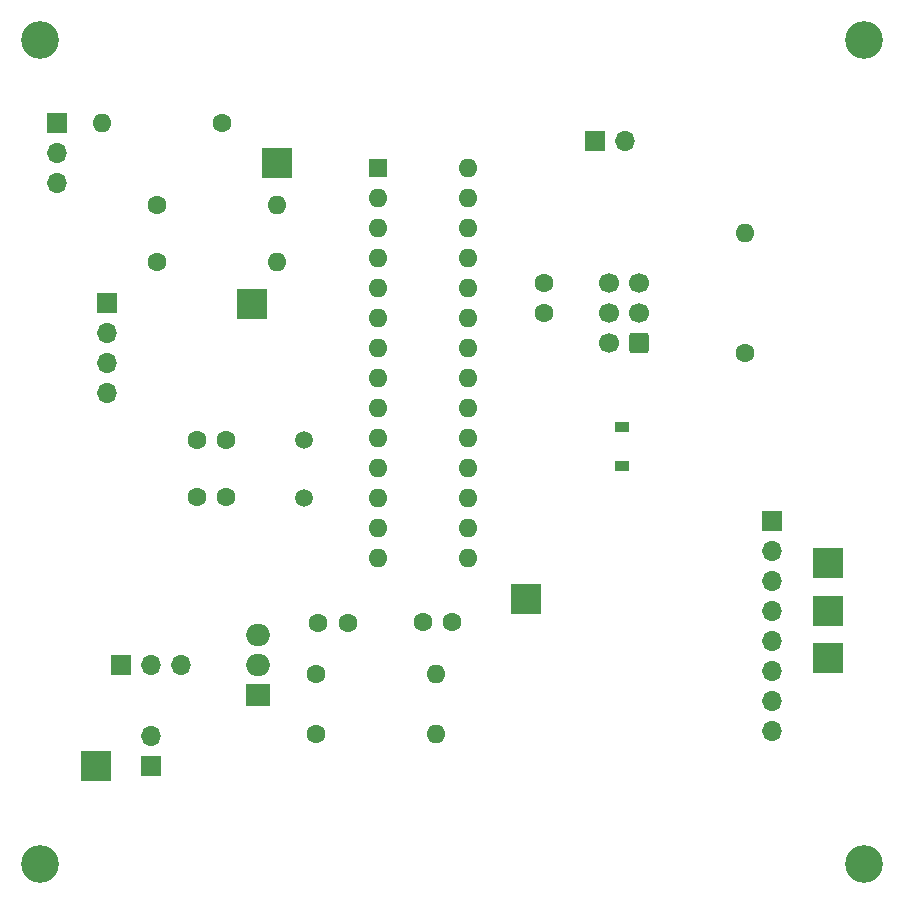
<source format=gts>
G04 #@! TF.GenerationSoftware,KiCad,Pcbnew,(6.0.10-0)*
G04 #@! TF.CreationDate,2023-03-01T17:49:15-06:00*
G04 #@! TF.ProjectId,monitor_subsystem,6d6f6e69-746f-4725-9f73-756273797374,rev?*
G04 #@! TF.SameCoordinates,Original*
G04 #@! TF.FileFunction,Soldermask,Top*
G04 #@! TF.FilePolarity,Negative*
%FSLAX46Y46*%
G04 Gerber Fmt 4.6, Leading zero omitted, Abs format (unit mm)*
G04 Created by KiCad (PCBNEW (6.0.10-0)) date 2023-03-01 17:49:15*
%MOMM*%
%LPD*%
G01*
G04 APERTURE LIST*
G04 Aperture macros list*
%AMRoundRect*
0 Rectangle with rounded corners*
0 $1 Rounding radius*
0 $2 $3 $4 $5 $6 $7 $8 $9 X,Y pos of 4 corners*
0 Add a 4 corners polygon primitive as box body*
4,1,4,$2,$3,$4,$5,$6,$7,$8,$9,$2,$3,0*
0 Add four circle primitives for the rounded corners*
1,1,$1+$1,$2,$3*
1,1,$1+$1,$4,$5*
1,1,$1+$1,$6,$7*
1,1,$1+$1,$8,$9*
0 Add four rect primitives between the rounded corners*
20,1,$1+$1,$2,$3,$4,$5,0*
20,1,$1+$1,$4,$5,$6,$7,0*
20,1,$1+$1,$6,$7,$8,$9,0*
20,1,$1+$1,$8,$9,$2,$3,0*%
G04 Aperture macros list end*
%ADD10C,1.600000*%
%ADD11O,1.600000X1.600000*%
%ADD12R,2.500000X2.500000*%
%ADD13R,1.700000X1.700000*%
%ADD14O,1.700000X1.700000*%
%ADD15R,1.600000X1.600000*%
%ADD16R,2.000000X1.905000*%
%ADD17O,2.000000X1.905000*%
%ADD18C,3.200000*%
%ADD19R,1.200000X0.900000*%
%ADD20RoundRect,0.250000X0.600000X0.600000X-0.600000X0.600000X-0.600000X-0.600000X0.600000X-0.600000X0*%
%ADD21C,1.700000*%
%ADD22C,1.500000*%
G04 APERTURE END LIST*
D10*
X150998000Y-125085000D03*
D11*
X161158000Y-125085000D03*
D12*
X147701000Y-81788000D03*
X132329000Y-132832000D03*
D13*
X174625000Y-79883000D03*
D14*
X177165000Y-79883000D03*
D12*
X194305000Y-123688000D03*
D13*
X189606000Y-112131000D03*
D14*
X189606000Y-114671000D03*
X189606000Y-117211000D03*
X189606000Y-119751000D03*
X189606000Y-122291000D03*
X189606000Y-124831000D03*
X189606000Y-127371000D03*
X189606000Y-129911000D03*
D15*
X156215000Y-82169000D03*
D11*
X156215000Y-84709000D03*
X156215000Y-87249000D03*
X156215000Y-89789000D03*
X156215000Y-92329000D03*
X156215000Y-94869000D03*
X156215000Y-97409000D03*
X156215000Y-99949000D03*
X156215000Y-102489000D03*
X156215000Y-105029000D03*
X156215000Y-107569000D03*
X156215000Y-110109000D03*
X156215000Y-112649000D03*
X156215000Y-115189000D03*
X163835000Y-115189000D03*
X163835000Y-112649000D03*
X163835000Y-110109000D03*
X163835000Y-107569000D03*
X163835000Y-105029000D03*
X163835000Y-102489000D03*
X163835000Y-99949000D03*
X163835000Y-97409000D03*
X163835000Y-94869000D03*
X163835000Y-92329000D03*
X163835000Y-89789000D03*
X163835000Y-87249000D03*
X163835000Y-84709000D03*
X163835000Y-82169000D03*
D16*
X146045000Y-126863000D03*
D17*
X146045000Y-124323000D03*
X146045000Y-121783000D03*
D18*
X197358000Y-141097000D03*
D13*
X129032000Y-78359000D03*
D14*
X129032000Y-80899000D03*
X129032000Y-83439000D03*
D10*
X160015000Y-120640000D03*
X162515000Y-120640000D03*
X170302000Y-94478000D03*
X170302000Y-91978000D03*
X143378000Y-110099000D03*
X140878000Y-110099000D03*
X151165000Y-120767000D03*
X153665000Y-120767000D03*
D18*
X197358000Y-71374000D03*
X127635000Y-71374000D03*
D19*
X176906000Y-107430000D03*
X176906000Y-104130000D03*
D20*
X178293500Y-97023000D03*
D21*
X175753500Y-97023000D03*
X178293500Y-94483000D03*
X175753500Y-94483000D03*
X178293500Y-91943000D03*
X175753500Y-91943000D03*
D12*
X194305000Y-119751000D03*
D10*
X143002000Y-78359000D03*
D11*
X132842000Y-78359000D03*
D10*
X137541000Y-90170000D03*
D11*
X147701000Y-90170000D03*
D13*
X137028000Y-132832000D03*
D14*
X137028000Y-130292000D03*
D13*
X133248000Y-93599000D03*
D14*
X133248000Y-96139000D03*
X133248000Y-98679000D03*
X133248000Y-101219000D03*
D10*
X187320000Y-97907000D03*
D11*
X187320000Y-87747000D03*
D12*
X194305000Y-115687000D03*
D13*
X134488000Y-124323000D03*
D14*
X137028000Y-124323000D03*
X139568000Y-124323000D03*
D12*
X168778000Y-118735000D03*
D22*
X149982000Y-105273000D03*
X149982000Y-110153000D03*
D10*
X150998000Y-130165000D03*
D11*
X161158000Y-130165000D03*
D12*
X145542000Y-93726000D03*
D10*
X137541000Y-85344000D03*
D11*
X147701000Y-85344000D03*
D10*
X143378000Y-105273000D03*
X140878000Y-105273000D03*
D18*
X127635000Y-141097000D03*
M02*

</source>
